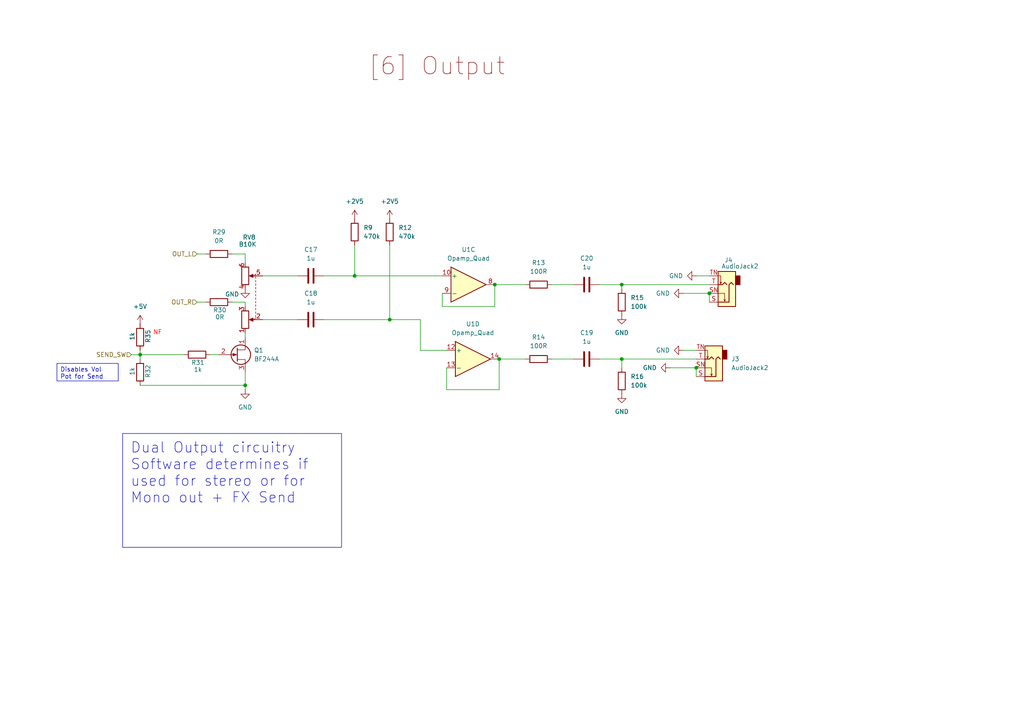
<source format=kicad_sch>
(kicad_sch (version 20231120) (generator "eeschema") (generator_version "8.0")
  (paper "A4")
  (lib_symbols
    (symbol "Amplifier_Operational:TL074" (pin_names (offset 0.127))
      (property "Reference" "U" (at 0 5.08 0))
      (property "Value" "TL074" (at 0 -5.08 0))
      (symbol "TL074_1_1"
        (polyline (pts (xy -5.08 5.08) (xy 5.08 0) (xy -5.08 -5.08) (xy -5.08 5.08)) (stroke (width 0.254)) (fill (type background)))
        (pin output line (at 7.62 0 180) (length 2.54) (name "~") (number "1"))
        (pin input line (at -7.62 -2.54 0) (length 2.54) (name "-") (number "2"))
        (pin input line (at -7.62 2.54 0) (length 2.54) (name "+") (number "3"))
      )
      (symbol "TL074_2_1"
        (polyline (pts (xy -5.08 5.08) (xy 5.08 0) (xy -5.08 -5.08) (xy -5.08 5.08)) (stroke (width 0.254)) (fill (type background)))
        (pin input line (at -7.62 2.54 0) (length 2.54) (name "+") (number "5"))
        (pin input line (at -7.62 -2.54 0) (length 2.54) (name "-") (number "6"))
        (pin output line (at 7.62 0 180) (length 2.54) (name "~") (number "7"))
      )
      (symbol "TL074_3_1"
        (polyline (pts (xy -5.08 5.08) (xy 5.08 0) (xy -5.08 -5.08) (xy -5.08 5.08)) (stroke (width 0.254)) (fill (type background)))
        (pin input line (at -7.62 2.54 0) (length 2.54) (name "+") (number "10"))
        (pin output line (at 7.62 0 180) (length 2.54) (name "~") (number "8"))
        (pin input line (at -7.62 -2.54 0) (length 2.54) (name "-") (number "9"))
      )
      (symbol "TL074_4_1"
        (polyline (pts (xy -5.08 5.08) (xy 5.08 0) (xy -5.08 -5.08) (xy -5.08 5.08)) (stroke (width 0.254)) (fill (type background)))
        (pin input line (at -7.62 2.54 0) (length 2.54) (name "+") (number "12"))
        (pin input line (at -7.62 -2.54 0) (length 2.54) (name "-") (number "13"))
        (pin output line (at 7.62 0 180) (length 2.54) (name "~") (number "14"))
      )
      (symbol "TL074_5_1"
        (pin power_in line (at -2.54 -7.62 90) (length 3.81) (name "V-") (number "11"))
        (pin power_in line (at -2.54 7.62 270) (length 3.81) (name "V+") (number "4"))
      )
    )
    (symbol "Connector_Audio:NMJ4HFD2"
      (property "Reference" "J" (at 0 11.43 0))
      (property "Value" "NMJ4HFD2" (at 0 8.89 0))
      (symbol "NMJ4HFD2_0_1"
        (rectangle (start -2.54 0) (end -3.81 -2.54) (stroke (width 0.254)) (fill (type outline)))
        (rectangle (start 2.54 6.35) (end -2.54 -3.81) (stroke (width 0.254)) (fill (type background)))
      )
      (symbol "NMJ4HFD2_1_1"
        (polyline (pts (xy 0.635 4.826) (xy 0.889 4.318)))
        (polyline (pts (xy 1.778 -0.254) (xy 2.032 -0.762)))
        (polyline (pts (xy 0 0) (xy 0.635 -0.635) (xy 1.27 0) (xy 2.54 0)) (stroke (width 0.254)))
        (polyline (pts (xy 2.54 -2.54) (xy 1.778 -2.54) (xy 1.778 -0.254) (xy 1.524 -0.762)))
        (polyline (pts (xy 2.54 2.54) (xy 0.635 2.54) (xy 0.635 4.826) (xy 0.381 4.318)))
        (polyline (pts (xy 2.54 5.08) (xy -0.635 5.08) (xy -0.635 0) (xy -1.27 -0.635) (xy -1.905 0)) (stroke (width 0.254)))
        (pin passive line (at 5.08 5.08 180) (length 2.54) (name "~") (number "S"))
        (pin passive line (at 5.08 2.54 180) (length 2.54) (name "~") (number "SN"))
        (pin passive line (at 5.08 0 180) (length 2.54) (name "~") (number "T"))
        (pin passive line (at 5.08 -2.54 180) (length 2.54) (name "~") (number "TN"))
      )
    )
    (symbol "Device:C" (pin_numbers hide) (pin_names (offset 0.254))
      (property "Reference" "C" (at 0.635 2.54 0))
      (property "Value" "C" (at 0.635 -2.54 0))
      (symbol "C_0_1"
        (polyline (pts (xy -2.032 -0.762) (xy 2.032 -0.762)) (stroke (width 0.508)))
        (polyline (pts (xy -2.032 0.762) (xy 2.032 0.762)) (stroke (width 0.508)))
      )
      (symbol "C_1_1"
        (pin passive line (at 0 3.81 270) (length 2.794) (name "~") (number "1"))
        (pin passive line (at 0 -3.81 90) (length 2.794) (name "~") (number "2"))
      )
    )
    (symbol "Device:R" (pin_numbers hide) (pin_names (offset 0))
      (property "Reference" "R" (at 2.032 0 90))
      (property "Value" "R" (at 0 0 90))
      (symbol "R_0_1"
        (rectangle (start -1.016 -2.54) (end 1.016 2.54) (stroke (width 0.254)))
      )
      (symbol "R_1_1"
        (pin passive line (at 0 3.81 270) (length 1.27) (name "~") (number "1"))
        (pin passive line (at 0 -3.81 90) (length 1.27) (name "~") (number "2"))
      )
    )
    (symbol "Device:R_Potentiometer_Dual" (pin_names (offset 1.016) hide)
      (property "Reference" "RV" (at 0 3.81 0))
      (property "Value" "R_Potentiometer_Dual" (at 0 1.905 0))
      (symbol "R_Potentiometer_Dual_0_1"
        (rectangle (start -8.89 -1.524) (end -3.81 -3.556) (stroke (width 0.254)))
        (polyline (pts (xy -6.35 0) (xy -6.35 -1.016)))
        (polyline (pts (xy -6.35 0) (xy -6.35 -1.016)))
        (polyline (pts (xy -6.35 0) (xy -5.842 0.508)))
        (polyline (pts (xy -5.588 0.508) (xy -5.08 0.508)))
        (polyline (pts (xy -4.572 0.508) (xy -4.064 0.508)))
        (polyline (pts (xy -3.556 0.508) (xy -3.048 0.508)))
        (polyline (pts (xy -2.54 0.508) (xy -2.032 0.508)))
        (polyline (pts (xy -1.524 0.508) (xy -1.016 0.508)))
        (polyline (pts (xy -0.508 0.508) (xy 0 0.508)))
        (polyline (pts (xy 0.508 0.508) (xy 1.016 0.508)))
        (polyline (pts (xy 1.524 0.508) (xy 2.032 0.508)))
        (polyline (pts (xy 2.54 0.508) (xy 3.048 0.508)))
        (polyline (pts (xy 3.556 0.508) (xy 4.064 0.508)))
        (polyline (pts (xy 4.572 0.508) (xy 5.08 0.508)))
        (polyline (pts (xy 5.588 0.508) (xy 6.096 0.508)))
        (polyline (pts (xy 6.35 0) (xy 6.35 -1.016)))
        (polyline (pts (xy 6.35 0) (xy 6.35 -1.016)))
        (polyline (pts (xy 6.604 0.508) (xy 6.858 0.508) (xy 6.35 0)))
        (polyline (pts (xy -6.35 -1.397) (xy -6.858 -0.254) (xy -5.842 -0.254) (xy -6.35 -1.397)) (fill (type outline)))
        (polyline (pts (xy 6.35 -1.397) (xy 5.842 -0.254) (xy 6.858 -0.254) (xy 6.35 -1.397)) (fill (type outline)))
        (rectangle (start 3.81 -1.524) (end 8.89 -3.556) (stroke (width 0.254)))
      )
      (symbol "R_Potentiometer_Dual_1_1"
        (pin passive line (at -10.16 -2.54 0) (length 1.27) (name "1") (number "1"))
        (pin passive line (at -6.35 2.54 270) (length 2.54) (name "2") (number "2"))
        (pin passive line (at -2.54 -2.54 180) (length 1.27) (name "3") (number "3"))
        (pin passive line (at 2.54 -2.54 0) (length 1.27) (name "4") (number "4"))
        (pin passive line (at 6.35 2.54 270) (length 2.54) (name "5") (number "5"))
        (pin passive line (at 10.16 -2.54 180) (length 1.27) (name "6") (number "6"))
      )
    )
    (symbol "Transistor_FET:BF244A" (pin_names hide)
      (property "Reference" "Q" (at 5.08 1.905 0))
      (property "Value" "BF244A" (at 5.08 0 0))
      (symbol "BF244A_0_1"
        (polyline (pts (xy 0.254 0) (xy -2.54 0)))
        (polyline (pts (xy 0.254 1.905) (xy 0.254 -1.905)) (stroke (width 0.254)))
        (polyline (pts (xy 2.54 -2.54) (xy 2.54 -1.397) (xy 0.254 -1.397)))
        (polyline (pts (xy 2.54 2.54) (xy 2.54 1.397) (xy 0.254 1.397)))
        (polyline (pts (xy 0 0) (xy -1.016 0.381) (xy -1.016 -0.381) (xy 0 0)) (fill (type outline)))
        (circle (center 1.27 0) (radius 2.8194) (stroke (width 0.254)))
      )
      (symbol "BF244A_1_1"
        (pin passive line (at 2.54 5.08 270) (length 2.54) (name "D") (number "1"))
        (pin input line (at -5.08 0 0) (length 2.54) (name "G") (number "2"))
        (pin passive line (at 2.54 -5.08 90) (length 2.54) (name "S") (number "3"))
      )
    )
    (symbol "power:+2V5" (power) (pin_numbers hide) (pin_names (offset 0) hide)
      (property "Value" "+2V5" (at 0 3.556 0))
      (symbol "+2V5_0_1"
        (polyline (pts (xy -0.762 1.27) (xy 0 2.54)))
        (polyline (pts (xy 0 0) (xy 0 2.54)))
        (polyline (pts (xy 0 2.54) (xy 0.762 1.27)))
      )
      (symbol "+2V5_1_1"
        (pin power_in line (at 0 0 90) (length 0) (name "~") (number "1"))
      )
    )
    (symbol "power:+5V" (power) (pin_numbers hide) (pin_names (offset 0) hide)
      (property "Value" "+5V" (at 0 3.556 0))
      (symbol "+5V_0_1"
        (polyline (pts (xy -0.762 1.27) (xy 0 2.54)))
        (polyline (pts (xy 0 0) (xy 0 2.54)))
        (polyline (pts (xy 0 2.54) (xy 0.762 1.27)))
      )
      (symbol "+5V_1_1"
        (pin power_in line (at 0 0 90) (length 0) (name "~") (number "1"))
      )
    )
    (symbol "power:GND" (power) (pin_numbers hide) (pin_names (offset 0) hide)
      (property "Value" "GND" (at 0 -3.81 0))
      (symbol "GND_0_1"
        (polyline (pts (xy 0 0) (xy 0 -1.27) (xy 1.27 -1.27) (xy 0 -2.54) (xy -1.27 -1.27) (xy 0 -1.27)))
      )
      (symbol "GND_1_1"
        (pin power_in line (at 0 0 270) (length 0) (name "~") (number "1"))
      )
    )
  )
  (junction (at 143.51 82.55))
  (junction (at 180.34 104.14))
  (junction (at 201.93 106.68))
  (junction (at 144.78 104.14))
  (junction (at 71.12 111.76))
  (junction (at 205.74 85.09))
  (junction (at 102.87 80.01))
  (junction (at 40.64 102.87))
  (junction (at 113.03 92.71))
  (junction (at 180.34 82.55))
  (wire (pts (xy 160.02 104.14) (xy 166.37 104.14)))
  (wire (pts (xy 198.12 101.6) (xy 201.93 101.6)))
  (wire (pts (xy 160.02 82.55) (xy 166.37 82.55)))
  (wire (pts (xy 128.27 85.09) (xy 128.27 88.9)))
  (wire (pts (xy 201.93 106.68) (xy 194.31 106.68)))
  (wire (pts (xy 102.87 71.12) (xy 102.87 80.01)))
  (wire (pts (xy 40.64 101.6) (xy 40.64 102.87)))
  (wire (pts (xy 102.87 80.01) (xy 128.27 80.01)))
  (wire (pts (xy 67.31 73.66) (xy 71.12 73.66)))
  (wire (pts (xy 121.92 92.71) (xy 113.03 92.71)))
  (wire (pts (xy 201.93 80.01) (xy 205.74 80.01)))
  (wire (pts (xy 143.51 88.9) (xy 143.51 82.55)))
  (wire (pts (xy 180.34 82.55) (xy 205.74 82.55)))
  (wire (pts (xy 201.93 106.68) (xy 201.93 109.22)))
  (wire (pts (xy 128.27 88.9) (xy 143.51 88.9)))
  (wire (pts (xy 40.64 102.87) (xy 40.64 104.14)))
  (wire (pts (xy 180.34 104.14) (xy 180.34 106.68)))
  (wire (pts (xy 205.74 85.09) (xy 198.12 85.09)))
  (wire (pts (xy 173.99 82.55) (xy 180.34 82.55)))
  (wire (pts (xy 71.12 96.52) (xy 71.12 97.79)))
  (wire (pts (xy 129.54 106.68) (xy 129.54 113.03)))
  (wire (pts (xy 129.54 113.03) (xy 144.78 113.03)))
  (wire (pts (xy 38.1 102.87) (xy 40.64 102.87)))
  (wire (pts (xy 57.15 87.63) (xy 59.69 87.63)))
  (wire (pts (xy 67.31 87.63) (xy 71.12 87.63)))
  (wire (pts (xy 57.15 73.66) (xy 59.69 73.66)))
  (wire (pts (xy 143.51 82.55) (xy 152.4 82.55)))
  (wire (pts (xy 40.64 111.76) (xy 71.12 111.76)))
  (wire (pts (xy 71.12 73.66) (xy 71.12 76.2)))
  (wire (pts (xy 93.98 92.71) (xy 113.03 92.71)))
  (wire (pts (xy 144.78 104.14) (xy 152.4 104.14)))
  (wire (pts (xy 121.92 101.6) (xy 129.54 101.6)))
  (wire (pts (xy 180.34 104.14) (xy 201.93 104.14)))
  (wire (pts (xy 40.64 102.87) (xy 53.34 102.87)))
  (wire (pts (xy 205.74 85.09) (xy 205.74 87.63)))
  (wire (pts (xy 71.12 87.63) (xy 71.12 88.9)))
  (wire (pts (xy 71.12 107.95) (xy 71.12 111.76)))
  (wire (pts (xy 71.12 113.03) (xy 71.12 111.76)))
  (wire (pts (xy 180.34 82.55) (xy 180.34 83.82)))
  (wire (pts (xy 76.2 92.71) (xy 86.36 92.71)))
  (wire (pts (xy 60.96 102.87) (xy 63.5 102.87)))
  (wire (pts (xy 113.03 71.12) (xy 113.03 92.71)))
  (wire (pts (xy 173.99 104.14) (xy 180.34 104.14)))
  (wire (pts (xy 93.98 80.01) (xy 102.87 80.01)))
  (wire (pts (xy 144.78 113.03) (xy 144.78 104.14)))
  (wire (pts (xy 121.92 92.71) (xy 121.92 101.6)))
  (wire (pts (xy 76.2 80.01) (xy 86.36 80.01)))
  (text_box "Disables Vol Pot for Send\n" (at 16.51 105.41 0) (size 17.78 5.08) (effects (font (size 1.27 1.27)) (justify left top)))
  (text_box "Dual Output circuitry \nSoftware determines if used for stereo or for Mono out + FX Send\n" (at 35.56 125.73 0) (size 63.5 33.02) (effects (font (size 3 3)) (justify left top)))
  (text "[6] Output\n\n" (at 126.746 23.368 0) (effects (font (size 5 5))))
  (text "NF" (at 45.72 96.52 0) (effects (font (size 1.27 1.27))))
  (hierarchical_label "SEND_SW" (shape input) (at 38.1 102.87 180))
  (hierarchical_label "OUT_R" (shape input) (at 57.15 87.63 180))
  (hierarchical_label "OUT_L" (shape input) (at 57.15 73.66 180))
  (symbol (lib_id "power:GND") (at 71.12 113.03 0) (mirror y) (unit 1)
    (property "Reference" "#PWR037" (effects (hide yes)))
    (property "Value" "GND" (at 71.12 118.11 0))
    (property "Description" "Power symbol creates a global label with name \"GND\" , ground" (effects (hide yes)))
  )
  (symbol (lib_id "Device:R") (at 40.64 97.79 180) (unit 1)
    (property "Reference" "R35" (at 42.926 97.536 90))
    (property "Value" "1k" (at 38.354 97.536 90))
    (property "Footprint" "Resistor_THT:R_Axial_DIN0207_L6.3mm_D2.5mm_P10.16mm_Horizontal" (effects (hide yes)))
    (property "Description" "Resistor" (effects (hide yes)))
  )
  (symbol (lib_id "Device:R") (at 156.21 104.14 270) (unit 1)
    (property "Reference" "R14" (at 156.21 97.79 90))
    (property "Value" "100R" (at 156.21 100.33 90))
    (property "Footprint" "Resistor_THT:R_Axial_DIN0207_L6.3mm_D2.5mm_P10.16mm_Horizontal" (effects (hide yes)))
    (property "Description" "Resistor" (effects (hide yes)))
  )
  (symbol (lib_id "Device:C") (at 170.18 82.55 90) (unit 1)
    (property "Reference" "C20" (at 170.18 74.93 90))
    (property "Value" "1u" (at 170.18 77.47 90))
    (property "Footprint" "Capacitor_THT:C_Rect_L7.0mm_W6.0mm_P5.00mm" (effects (hide yes)))
    (property "Description" "Unpolarized capacitor" (effects (hide yes)))
  )
  (symbol (lib_id "Device:R") (at 63.5 73.66 90) (unit 1)
    (property "Reference" "R29" (at 63.5 67.31 90))
    (property "Value" "0R" (at 63.5 69.85 90))
    (property "Footprint" "Resistor_THT:R_Axial_DIN0204_L3.6mm_D1.6mm_P1.90mm_Vertical" (effects (hide yes)))
    (property "Description" "Resistor" (effects (hide yes)))
  )
  (symbol (lib_id "power:GND") (at 71.12 83.82 0) (mirror y) (unit 1)
    (property "Reference" "#PWR036" (effects (hide yes)))
    (property "Value" "GND" (at 67.31 85.344 0))
    (property "Description" "Power symbol creates a global label with name \"GND\" , ground" (effects (hide yes)))
  )
  (symbol (lib_id "Device:R") (at 156.21 82.55 270) (unit 1)
    (property "Reference" "R13" (at 156.21 76.2 90))
    (property "Value" "100R" (at 156.21 78.74 90))
    (property "Footprint" "Resistor_THT:R_Axial_DIN0207_L6.3mm_D2.5mm_P10.16mm_Horizontal" (effects (hide yes)))
    (property "Description" "Resistor" (effects (hide yes)))
  )
  (symbol (lib_id "Device:R") (at 57.15 102.87 90) (unit 1)
    (property "Reference" "R31" (at 57.404 105.156 90))
    (property "Value" "1k" (at 57.404 107.188 90))
    (property "Footprint" "Resistor_THT:R_Axial_DIN0207_L6.3mm_D2.5mm_P10.16mm_Horizontal" (effects (hide yes)))
    (property "Description" "Resistor" (effects (hide yes)))
  )
  (symbol (lib_id "power:GND") (at 198.12 85.09 270) (unit 1)
    (property "Reference" "#PWR035" (effects (hide yes)))
    (property "Value" "GND" (at 194.31 85.0901 90) (effects (justify right)))
    (property "Description" "Power symbol creates a global label with name \"GND\" , ground" (effects (hide yes)))
  )
  (symbol (lib_id "Connector_Audio:NMJ4HFD2") (at 210.82 82.55 180) (unit 1)
    (property "Reference" "J4" (at 211.328 75.438 0))
    (property "Value" "AudioJack2" (at 214.63 77.216 0))
    (property "Footprint" "Connector_Audio:Jack_6.35mm_Neutrik_NMJ4HFD2_Horizontal" (effects (hide yes)))
    (property "Datasheet" "https://www.neutrik.com/en/product/nmj4hfd2" (effects (hide yes)))
    (property "Description" "M Series, 6.35mm (1/4in) mono jack, switched, with full threaded nose and straight PCB pins" (effects (hide yes)))
  )
  (symbol (lib_id "power:+5V") (at 40.64 93.98 0) (unit 1)
    (property "Reference" "#PWR056" (effects (hide yes)))
    (property "Value" "+5V" (at 40.64 88.9 0))
    (property "Description" "Power symbol creates a global label with name \"+5V\"" (effects (hide yes)))
  )
  (symbol (lib_id "power:GND") (at 194.31 106.68 270) (unit 1)
    (property "Reference" "#PWR034" (effects (hide yes)))
    (property "Value" "GND" (at 190.5 106.6801 90) (effects (justify right)))
    (property "Description" "Power symbol creates a global label with name \"GND\" , ground" (effects (hide yes)))
  )
  (symbol (lib_id "power:GND") (at 180.34 114.3 0) (mirror y) (unit 1)
    (property "Reference" "#PWR044" (effects (hide yes)))
    (property "Value" "GND" (at 180.34 119.38 0))
    (property "Description" "Power symbol creates a global label with name \"GND\" , ground" (effects (hide yes)))
  )
  (symbol (lib_id "power:GND") (at 180.34 91.44 0) (mirror y) (unit 1)
    (property "Reference" "#PWR045" (effects (hide yes)))
    (property "Value" "GND" (at 180.34 96.52 0))
    (property "Description" "Power symbol creates a global label with name \"GND\" , ground" (effects (hide yes)))
  )
  (symbol (lib_id "power:GND") (at 201.93 80.01 270) (unit 1)
    (property "Reference" "#PWR047" (effects (hide yes)))
    (property "Value" "GND" (at 198.12 80.0101 90) (effects (justify right)))
    (property "Description" "Power symbol creates a global label with name \"GND\" , ground" (effects (hide yes)))
  )
  (symbol (lib_id "Device:R_Potentiometer_Dual") (at 73.66 86.36 270) (mirror x) (unit 1)
    (property "Reference" "RV8" (at 74.168 68.834 90) (effects (justify right)))
    (property "Value" "B10K" (at 74.422 70.866 90) (effects (justify right)))
    (property "Footprint" "Potentiometer_THT:Potentiometer_Alpha_RD902F-40-00D_Dual_Vertical" (effects (hide yes)))
    (property "Description" "Dual potentiometer" (effects (hide yes)))
  )
  (symbol (lib_id "power:GND") (at 198.12 101.6 270) (unit 1)
    (property "Reference" "#PWR048" (effects (hide yes)))
    (property "Value" "GND" (at 194.31 101.6001 90) (effects (justify right)))
    (property "Description" "Power symbol creates a global label with name \"GND\" , ground" (effects (hide yes)))
  )
  (symbol (lib_id "power:+2V5") (at 102.87 63.5 0) (unit 1)
    (property "Reference" "#PWR042" (effects (hide yes)))
    (property "Value" "+2V5" (at 102.87 58.42 0))
    (property "Description" "Power symbol creates a global label with name \"+2V5\"" (effects (hide yes)))
  )
  (symbol (lib_id "Device:C") (at 90.17 92.71 90) (unit 1)
    (property "Reference" "C18" (at 90.17 85.09 90))
    (property "Value" "1u" (at 90.17 87.63 90))
    (property "Footprint" "Capacitor_THT:C_Rect_L7.0mm_W6.0mm_P5.00mm" (effects (hide yes)))
    (property "Description" "Unpolarized capacitor" (effects (hide yes)))
  )
  (symbol (lib_id "Device:R") (at 102.87 67.31 0) (unit 1)
    (property "Reference" "R9" (at 105.41 66.0399 0) (effects (justify left)))
    (property "Value" "470k" (at 105.41 68.5799 0) (effects (justify left)))
    (property "Footprint" "Resistor_THT:R_Axial_DIN0207_L6.3mm_D2.5mm_P10.16mm_Horizontal" (effects (hide yes)))
    (property "Description" "Resistor" (effects (hide yes)))
  )
  (symbol (lib_id "Device:R") (at 40.64 107.95 180) (unit 1)
    (property "Reference" "R32" (at 42.926 107.696 90))
    (property "Value" "1k" (at 38.354 107.696 90))
    (property "Footprint" "Resistor_THT:R_Axial_DIN0207_L6.3mm_D2.5mm_P10.16mm_Horizontal" (effects (hide yes)))
    (property "Description" "Resistor" (effects (hide yes)))
  )
  (symbol (lib_id "Device:R") (at 113.03 67.31 0) (unit 1)
    (property "Reference" "R12" (at 115.57 66.0399 0) (effects (justify left)))
    (property "Value" "470k" (at 115.57 68.5799 0) (effects (justify left)))
    (property "Footprint" "Resistor_THT:R_Axial_DIN0207_L6.3mm_D2.5mm_P10.16mm_Horizontal" (effects (hide yes)))
    (property "Description" "Resistor" (effects (hide yes)))
  )
  (symbol (lib_id "Amplifier_Operational:TL074") (at 135.89 82.55 0) (unit 3)
    (property "Reference" "U1" (at 135.89 72.39 0))
    (property "Value" "Opamp_Quad" (at 135.89 74.93 0))
    (property "Footprint" "Package_DIP:DIP-14_W7.62mm_Socket" (effects (hide yes)))
    (property "Datasheet" "http://www.ti.com/lit/ds/symlink/tl071.pdf" (effects (hide yes)))
    (property "Description" "Quad Low-Noise JFET-Input Operational Amplifiers, DIP-14/SOIC-14" (effects (hide yes)))
    (property "Sim.Library" "${KICAD7_SYMBOL_DIR}/Simulation_SPICE.sp" (effects (hide yes)))
    (property "Sim.Name" "kicad_builtin_opamp_quad" (effects (hide yes)))
    (property "Sim.Device" "SUBCKT" (effects (hide yes)))
    (property "Sim.Pins" "1=out1 2=in1- 3=in1+ 4=vcc 5=in2+ 6=in2- 7=out2 8=out3 9=in3- 10=in3+ 11=vee 12=in4+ 13=in4- 14=out4" (effects (hide yes)))
  )
  (symbol (lib_id "Device:C") (at 90.17 80.01 90) (unit 1)
    (property "Reference" "C17" (at 90.17 72.39 90))
    (property "Value" "1u" (at 90.17 74.93 90))
    (property "Footprint" "Capacitor_THT:C_Rect_L7.0mm_W6.0mm_P5.00mm" (effects (hide yes)))
    (property "Description" "Unpolarized capacitor" (effects (hide yes)))
  )
  (symbol (lib_id "Device:R") (at 180.34 110.49 0) (unit 1)
    (property "Reference" "R16" (at 182.88 109.2199 0) (effects (justify left)))
    (property "Value" "100k" (at 182.88 111.7599 0) (effects (justify left)))
    (property "Footprint" "Resistor_THT:R_Axial_DIN0207_L6.3mm_D2.5mm_P10.16mm_Horizontal" (effects (hide yes)))
    (property "Description" "Resistor" (effects (hide yes)))
  )
  (symbol (lib_id "Device:R") (at 63.5 87.63 90) (unit 1)
    (property "Reference" "R30" (at 63.754 89.916 90))
    (property "Value" "0R" (at 63.754 91.948 90))
    (property "Footprint" "Resistor_THT:R_Axial_DIN0204_L3.6mm_D1.6mm_P1.90mm_Vertical" (effects (hide yes)))
    (property "Description" "Resistor" (effects (hide yes)))
  )
  (symbol (lib_id "Device:C") (at 170.18 104.14 90) (unit 1)
    (property "Reference" "C19" (at 170.18 96.52 90))
    (property "Value" "1u" (at 170.18 99.06 90))
    (property "Footprint" "Capacitor_THT:C_Rect_L7.0mm_W6.0mm_P5.00mm" (effects (hide yes)))
    (property "Description" "Unpolarized capacitor" (effects (hide yes)))
  )
  (symbol (lib_id "Device:R") (at 180.34 87.63 0) (unit 1)
    (property "Reference" "R15" (at 182.88 86.3599 0) (effects (justify left)))
    (property "Value" "100k" (at 182.88 88.8999 0) (effects (justify left)))
    (property "Footprint" "Resistor_THT:R_Axial_DIN0207_L6.3mm_D2.5mm_P10.16mm_Horizontal" (effects (hide yes)))
    (property "Description" "Resistor" (effects (hide yes)))
  )
  (symbol (lib_id "Connector_Audio:NMJ4HFD2") (at 207.01 104.14 180) (unit 1)
    (property "Reference" "J3" (at 212.09 104.1399 0) (effects (justify right)))
    (property "Value" "AudioJack2" (at 212.09 106.6799 0) (effects (justify right)))
    (property "Footprint" "Connector_Audio:Jack_6.35mm_Neutrik_NMJ4HFD2_Horizontal" (effects (hide yes)))
    (property "Datasheet" "https://www.neutrik.com/en/product/nmj4hfd2" (effects (hide yes)))
    (property "Description" "M Series, 6.35mm (1/4in) mono jack, switched, with full threaded nose and straight PCB pins" (effects (hide yes)))
  )
  (symbol (lib_id "power:+2V5") (at 113.03 63.5 0) (unit 1)
    (property "Reference" "#PWR043" (effects (hide yes)))
    (property "Value" "+2V5" (at 113.03 58.42 0))
    (property "Description" "Power symbol creates a global label with name \"+2V5\"" (effects (hide yes)))
  )
  (symbol (lib_id "Transistor_FET:BF244A") (at 68.58 102.87 0) (unit 1)
    (property "Reference" "Q1" (at 73.66 101.5999 0) (effects (justify left)))
    (property "Value" "BF244A" (at 73.66 104.1399 0) (effects (justify left)))
    (property "Footprint" "Package_TO_SOT_THT:TO-92_Inline" (effects (hide yes)))
    (property "Datasheet" "https://media.digikey.com/pdf/Data%20Sheets/Fairchild%20PDFs/BF244x.pdf" (effects (hide yes)))
    (property "Description" "50mA Id, 30V Vgs, N-Channel FET Transistor, TO-92" (effects (hide yes)))
  )
  (symbol (lib_id "Amplifier_Operational:TL074") (at 137.16 104.14 0) (unit 4)
    (property "Reference" "U1" (at 137.16 93.98 0))
    (property "Value" "Opamp_Quad" (at 137.16 96.52 0))
    (property "Footprint" "Package_DIP:DIP-14_W7.62mm_Socket" (effects (hide yes)))
    (property "Datasheet" "http://www.ti.com/lit/ds/symlink/tl071.pdf" (effects (hide yes)))
    (property "Description" "Quad Low-Noise JFET-Input Operational Amplifiers, DIP-14/SOIC-14" (effects (hide yes)))
    (property "Sim.Library" "${KICAD7_SYMBOL_DIR}/Simulation_SPICE.sp" (effects (hide yes)))
    (property "Sim.Name" "kicad_builtin_opamp_quad" (effects (hide yes)))
    (property "Sim.Device" "SUBCKT" (effects (hide yes)))
    (property "Sim.Pins" "1=out1 2=in1- 3=in1+ 4=vcc 5=in2+ 6=in2- 7=out2 8=out3 9=in3- 10=in3+ 11=vee 12=in4+ 13=in4- 14=out4" (effects (hide yes)))
  )
)
</source>
